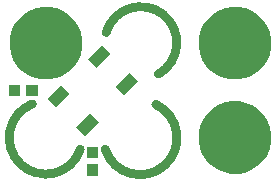
<source format=gts>
%TF.GenerationSoftware,KiCad,Pcbnew,4.0.7-e2-6376~58~ubuntu16.04.1*%
%TF.CreationDate,2018-05-14T09:00:14-07:00*%
%TF.ProjectId,2x3-LED-RGB-NeoPixel-SMT,3278332D4C45442D5247422D4E656F50,v1.1*%
%TF.FileFunction,Soldermask,Top*%
%FSLAX46Y46*%
G04 Gerber Fmt 4.6, Leading zero omitted, Abs format (unit mm)*
G04 Created by KiCad (PCBNEW 4.0.7-e2-6376~58~ubuntu16.04.1) date Mon May 14 09:00:14 2018*
%MOMM*%
%LPD*%
G01*
G04 APERTURE LIST*
%ADD10C,0.350000*%
%ADD11C,0.800000*%
G04 APERTURE END LIST*
D10*
D11*
X8717836Y-39052345D02*
G75*
G03X13007954Y-35255584I2965118J971761D01*
G01*
X13228551Y-32692245D02*
G75*
G03X8807954Y-29155584I-1495597J2661661D01*
G01*
X2551496Y-35212474D02*
G75*
G03X6607954Y-39055584I1131458J-2868110D01*
G01*
D10*
G36*
X8074738Y-41281830D02*
X7172338Y-41281830D01*
X7172338Y-40329430D01*
X8074738Y-40329430D01*
X8074738Y-41281830D01*
X8074738Y-41281830D01*
G37*
G36*
X20031064Y-34981431D02*
X20622009Y-35102735D01*
X21178152Y-35336516D01*
X21678288Y-35673862D01*
X22103375Y-36101927D01*
X22437220Y-36604405D01*
X22667110Y-37162160D01*
X22784218Y-37753598D01*
X22784218Y-37753608D01*
X22784285Y-37753947D01*
X22774664Y-38443000D01*
X22774587Y-38443338D01*
X22774587Y-38443346D01*
X22641011Y-39031285D01*
X22395639Y-39582400D01*
X22047891Y-40075362D01*
X21611016Y-40491393D01*
X21101654Y-40814645D01*
X20539208Y-41032803D01*
X19945101Y-41137560D01*
X19341957Y-41124926D01*
X18752754Y-40995381D01*
X18199936Y-40753861D01*
X17704561Y-40409566D01*
X17285491Y-39975607D01*
X16958692Y-39468514D01*
X16736610Y-38907598D01*
X16627709Y-38314242D01*
X16636131Y-37711025D01*
X16761560Y-37120931D01*
X16999213Y-36566442D01*
X17340045Y-36068672D01*
X17771066Y-35646584D01*
X18275867Y-35316252D01*
X18835213Y-35090261D01*
X19427799Y-34977220D01*
X20031064Y-34981431D01*
X20031064Y-34981431D01*
G37*
G36*
X8074738Y-39781830D02*
X7172338Y-39781830D01*
X7172338Y-38829430D01*
X8074738Y-38829430D01*
X8074738Y-39781830D01*
X8074738Y-39781830D01*
G37*
G36*
X8159861Y-36740058D02*
X6992428Y-37907491D01*
X6256047Y-37171110D01*
X7423480Y-36003677D01*
X8159861Y-36740058D01*
X8159861Y-36740058D01*
G37*
G36*
X5759861Y-34340058D02*
X4592428Y-35507491D01*
X3856047Y-34771110D01*
X5023480Y-33603677D01*
X5759861Y-34340058D01*
X5759861Y-34340058D01*
G37*
G36*
X3009154Y-34531784D02*
X2056754Y-34531784D01*
X2056754Y-33629384D01*
X3009154Y-33629384D01*
X3009154Y-34531784D01*
X3009154Y-34531784D01*
G37*
G36*
X1509154Y-34531784D02*
X556754Y-34531784D01*
X556754Y-33629384D01*
X1509154Y-33629384D01*
X1509154Y-34531784D01*
X1509154Y-34531784D01*
G37*
G36*
X11501503Y-33308282D02*
X10334070Y-34475715D01*
X9597689Y-33739334D01*
X10765122Y-32571901D01*
X11501503Y-33308282D01*
X11501503Y-33308282D01*
G37*
G36*
X4031064Y-26981431D02*
X4622009Y-27102735D01*
X5178152Y-27336516D01*
X5678288Y-27673862D01*
X6103375Y-28101927D01*
X6437220Y-28604405D01*
X6667110Y-29162160D01*
X6784218Y-29753598D01*
X6784218Y-29753608D01*
X6784285Y-29753947D01*
X6774664Y-30443000D01*
X6774587Y-30443338D01*
X6774587Y-30443346D01*
X6641011Y-31031285D01*
X6395639Y-31582400D01*
X6047891Y-32075362D01*
X5611016Y-32491393D01*
X5101654Y-32814645D01*
X4539208Y-33032803D01*
X3945101Y-33137560D01*
X3341957Y-33124926D01*
X2752754Y-32995381D01*
X2199936Y-32753861D01*
X1704561Y-32409566D01*
X1285491Y-31975607D01*
X958692Y-31468514D01*
X736610Y-30907598D01*
X627709Y-30314242D01*
X636131Y-29711025D01*
X761560Y-29120931D01*
X999213Y-28566442D01*
X1340045Y-28068672D01*
X1771066Y-27646584D01*
X2275867Y-27316252D01*
X2835213Y-27090261D01*
X3427799Y-26977220D01*
X4031064Y-26981431D01*
X4031064Y-26981431D01*
G37*
G36*
X20031064Y-26981431D02*
X20622009Y-27102735D01*
X21178152Y-27336516D01*
X21678288Y-27673862D01*
X22103375Y-28101927D01*
X22437220Y-28604405D01*
X22667110Y-29162160D01*
X22784218Y-29753598D01*
X22784218Y-29753608D01*
X22784285Y-29753947D01*
X22774664Y-30443000D01*
X22774587Y-30443338D01*
X22774587Y-30443346D01*
X22641011Y-31031285D01*
X22395639Y-31582400D01*
X22047891Y-32075362D01*
X21611016Y-32491393D01*
X21101654Y-32814645D01*
X20539208Y-33032803D01*
X19945101Y-33137560D01*
X19341957Y-33124926D01*
X18752754Y-32995381D01*
X18199936Y-32753861D01*
X17704561Y-32409566D01*
X17285491Y-31975607D01*
X16958692Y-31468514D01*
X16736610Y-30907598D01*
X16627709Y-30314242D01*
X16636131Y-29711025D01*
X16761560Y-29120931D01*
X16999213Y-28566442D01*
X17340045Y-28068672D01*
X17771066Y-27646584D01*
X18275867Y-27316252D01*
X18835213Y-27090261D01*
X19427799Y-26977220D01*
X20031064Y-26981431D01*
X20031064Y-26981431D01*
G37*
G36*
X9166637Y-30973416D02*
X7999204Y-32140849D01*
X7262823Y-31404468D01*
X8430256Y-30237035D01*
X9166637Y-30973416D01*
X9166637Y-30973416D01*
G37*
M02*

</source>
